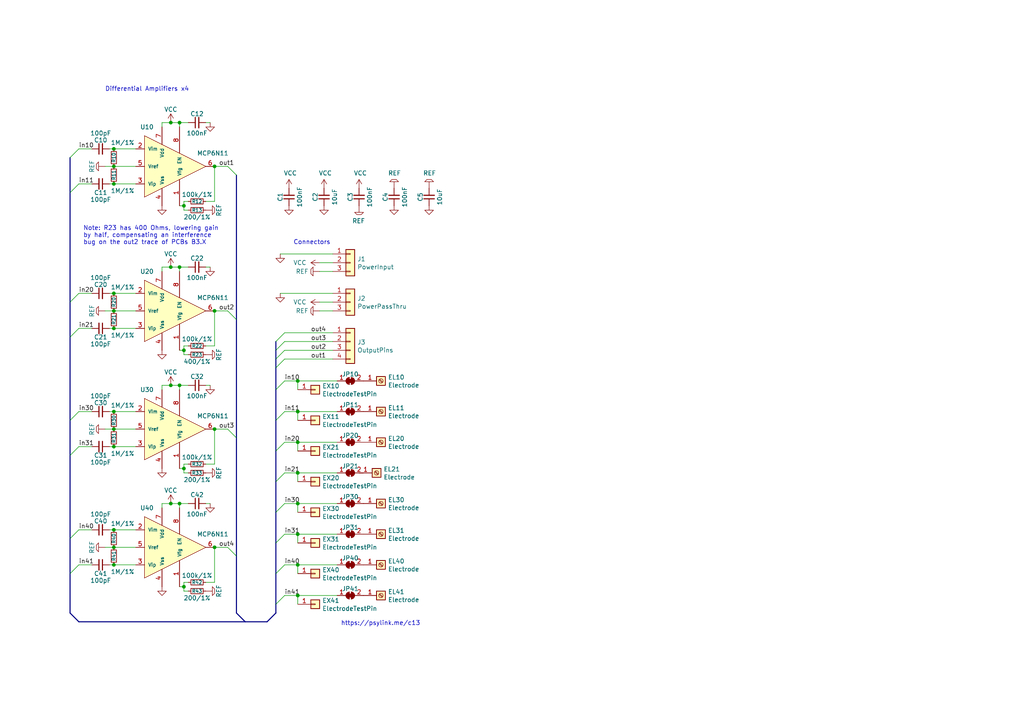
<source format=kicad_sch>
(kicad_sch (version 20211123) (generator eeschema)
  (paper "A4")
  (lib_symbols
    (symbol "Connector:Screw_Terminal_01x01" (pin_names (offset 1.016) hide)
      (property "Reference" "J" (at 0 2.54 0))
      (property "Value" "Screw_Terminal_01x01" (at 0 -2.54 0))
      (symbol "Screw_Terminal_01x01_1_1"
        (rectangle (start -1.27 1.27) (end 1.27 -1.27) (stroke (width 0.254)) (fill (type background)))
        (polyline (pts (xy -0.5334 0.3302) (xy 0.3302 -0.508)) (stroke (width 0.1524)))
        (polyline (pts (xy -0.3556 0.508) (xy 0.508 -0.3302)) (stroke (width 0.1524)))
        (circle (center 0 0) (radius 0.635) (stroke (width 0.1524)))
        (pin passive line (at -5.08 0 0) (length 3.81) (name "Pin_1") (number "1"))
      )
    )
    (symbol "Connector_Generic:Conn_01x01" (pin_names (offset 1.016) hide)
      (property "Reference" "J" (at 0 2.54 0))
      (property "Value" "Conn_01x01" (at 0 -2.54 0))
      (symbol "Conn_01x01_1_1"
        (rectangle (start -1.27 0.127) (end 0 -0.127) (stroke (width 0.1524)))
        (rectangle (start -1.27 1.27) (end 1.27 -1.27) (stroke (width 0.254)) (fill (type background)))
        (pin passive line (at -5.08 0 0) (length 3.81) (name "Pin_1") (number "1"))
      )
    )
    (symbol "Connector_Generic:Conn_01x03" (pin_names (offset 1.016) hide)
      (property "Reference" "J" (at 0 5.08 0))
      (property "Value" "Conn_01x03" (at 0 -5.08 0))
      (symbol "Conn_01x03_1_1"
        (rectangle (start -1.27 -2.413) (end 0 -2.667) (stroke (width 0.1524)))
        (rectangle (start -1.27 0.127) (end 0 -0.127) (stroke (width 0.1524)))
        (rectangle (start -1.27 2.667) (end 0 2.413) (stroke (width 0.1524)))
        (rectangle (start -1.27 3.81) (end 1.27 -3.81) (stroke (width 0.254)) (fill (type background)))
        (pin passive line (at -5.08 2.54 0) (length 3.81) (name "Pin_1") (number "1"))
        (pin passive line (at -5.08 0 0) (length 3.81) (name "Pin_2") (number "2"))
        (pin passive line (at -5.08 -2.54 0) (length 3.81) (name "Pin_3") (number "3"))
      )
    )
    (symbol "Connector_Generic:Conn_01x04" (pin_names (offset 1.016) hide)
      (property "Reference" "J" (at 0 5.08 0))
      (property "Value" "Conn_01x04" (at 0 -7.62 0))
      (symbol "Conn_01x04_1_1"
        (rectangle (start -1.27 -4.953) (end 0 -5.207) (stroke (width 0.1524)))
        (rectangle (start -1.27 -2.413) (end 0 -2.667) (stroke (width 0.1524)))
        (rectangle (start -1.27 0.127) (end 0 -0.127) (stroke (width 0.1524)))
        (rectangle (start -1.27 2.667) (end 0 2.413) (stroke (width 0.1524)))
        (rectangle (start -1.27 3.81) (end 1.27 -6.35) (stroke (width 0.254)) (fill (type background)))
        (pin passive line (at -5.08 2.54 0) (length 3.81) (name "Pin_1") (number "1"))
        (pin passive line (at -5.08 0 0) (length 3.81) (name "Pin_2") (number "2"))
        (pin passive line (at -5.08 -2.54 0) (length 3.81) (name "Pin_3") (number "3"))
        (pin passive line (at -5.08 -5.08 0) (length 3.81) (name "Pin_4") (number "4"))
      )
    )
    (symbol "Device:C_Small" (pin_numbers hide) (pin_names (offset 0.254) hide)
      (property "Reference" "C" (at 0.254 1.778 0))
      (property "Value" "C_Small" (at 0.254 -2.032 0))
      (symbol "C_Small_0_1"
        (polyline (pts (xy -1.524 -0.508) (xy 1.524 -0.508)) (stroke (width 0.3302)))
        (polyline (pts (xy -1.524 0.508) (xy 1.524 0.508)) (stroke (width 0.3048)))
      )
      (symbol "C_Small_1_1"
        (pin passive line (at 0 2.54 270) (length 2.032) (name "~") (number "1"))
        (pin passive line (at 0 -2.54 90) (length 2.032) (name "~") (number "2"))
      )
    )
    (symbol "Device:R_Small" (pin_numbers hide) (pin_names (offset 0.254) hide)
      (property "Reference" "R" (at 0.762 0.508 0))
      (property "Value" "R_Small" (at 0.762 -1.016 0))
      (symbol "R_Small_0_1"
        (rectangle (start -0.762 1.778) (end 0.762 -1.778) (stroke (width 0.2032)))
      )
      (symbol "R_Small_1_1"
        (pin passive line (at 0 2.54 270) (length 0.762) (name "~") (number "1"))
        (pin passive line (at 0 -2.54 90) (length 0.762) (name "~") (number "2"))
      )
    )
    (symbol "Jumper:SolderJumper_2_Bridged" (pin_names (offset 0) hide)
      (property "Reference" "JP" (at 0 2.032 0))
      (property "Value" "SolderJumper_2_Bridged" (at 0 -2.54 0))
      (symbol "SolderJumper_2_Bridged_0_1"
        (rectangle (start -0.508 0.508) (end 0.508 -0.508) (fill (type outline)))
        (arc (start -0.254 1.016) (mid -1.27 0) (end -0.254 -1.016))
        (arc (start -0.254 1.016) (mid -1.27 0) (end -0.254 -1.016) (fill (type outline)))
        (polyline (pts (xy -0.254 1.016) (xy -0.254 -1.016)))
        (polyline (pts (xy 0.254 1.016) (xy 0.254 -1.016)))
        (arc (start 0.254 -1.016) (mid 1.27 0) (end 0.254 1.016))
        (arc (start 0.254 -1.016) (mid 1.27 0) (end 0.254 1.016) (fill (type outline)))
      )
      (symbol "SolderJumper_2_Bridged_1_1"
        (pin passive line (at -3.81 0 0) (length 2.54) (name "A") (number "1"))
        (pin passive line (at 3.81 0 180) (length 2.54) (name "B") (number "2"))
      )
    )
    (symbol "MCP6N11:MCP6N11" (pin_names (offset 1.016))
      (property "Reference" "U" (at 10.16 3.81 0))
      (property "Value" "MCP6N11" (at 13.97 -3.81 0))
      (symbol "MCP6N11_0_1"
        (polyline (pts (xy -7.62 8.89) (xy -7.62 -8.89)) (fill (type background)))
        (polyline (pts (xy -7.62 8.89) (xy 10.16 0) (xy -7.62 -8.89)) (fill (type background)))
      )
      (symbol "MCP6N11_1_1"
        (pin passive line (at 2.54 -11.43 90) (length 7.62) (name "Vfg") (number "1"))
        (pin passive line (at -10.16 5.08 0) (length 2.54) (name "Vim") (number "2"))
        (pin passive line (at -10.16 -5.08 0) (length 2.54) (name "Vip") (number "3"))
        (pin passive line (at -2.54 -11.43 90) (length 5.08) (name "Vss") (number "4"))
        (pin passive line (at -10.16 0 0) (length 2.54) (name "Vref") (number "5"))
        (pin passive line (at 12.7 0 180) (length 2.54) (name "Vout") (number "6"))
        (pin passive line (at -2.54 11.43 270) (length 5.08) (name "Vdd") (number "7"))
        (pin passive line (at 2.54 11.43 270) (length 7.62) (name "EN") (number "8"))
      )
    )
    (symbol "MCP6N11:REF" (power) (pin_names (offset 0))
      (property "Value" "REF" (at 0 3.81 0))
      (symbol "REF_0_0"
        (pin power_in line (at 0 0 90) (length 0) hide (name "REF") (number "1"))
      )
      (symbol "REF_0_1"
        (polyline (pts (xy -1.27 1.905) (xy -0.635 2.54) (xy 0.635 2.54) (xy 1.27 1.905)))
        (polyline (pts (xy 0 0) (xy 0 1.905) (xy 1.27 1.905) (xy -1.27 1.905)))
      )
    )
    (symbol "power:GND" (power) (pin_names (offset 0))
      (property "Value" "GND" (at 0 -3.81 0))
      (symbol "GND_0_1"
        (polyline (pts (xy 0 0) (xy 0 -1.27) (xy 1.27 -1.27) (xy 0 -2.54) (xy -1.27 -1.27) (xy 0 -1.27)))
      )
      (symbol "GND_1_1"
        (pin power_in line (at 0 0 270) (length 0) hide (name "GND") (number "1"))
      )
    )
    (symbol "power:VCC" (power) (pin_names (offset 0))
      (property "Value" "VCC" (at 0 3.81 0))
      (symbol "VCC_0_1"
        (polyline (pts (xy -0.762 1.27) (xy 0 2.54)))
        (polyline (pts (xy 0 0) (xy 0 2.54)))
        (polyline (pts (xy 0 2.54) (xy 0.762 1.27)))
      )
      (symbol "VCC_1_1"
        (pin power_in line (at 0 0 90) (length 0) hide (name "VCC") (number "1"))
      )
    )
  )
  (junction (at 62.23 90.17))
  (junction (at 53.34 101.6))
  (junction (at 53.34 59.69))
  (junction (at 86.36 137.16))
  (junction (at 49.53 146.05))
  (junction (at 33.02 85.09))
  (junction (at 49.53 35.56))
  (junction (at 33.02 129.54))
  (junction (at 86.36 154.94))
  (junction (at 33.02 158.75))
  (junction (at 33.02 95.25))
  (junction (at 86.36 128.27))
  (junction (at 52.07 146.05))
  (junction (at 53.34 170.18))
  (junction (at 33.02 124.46))
  (junction (at 86.36 110.49))
  (junction (at 52.07 35.56))
  (junction (at 33.02 119.38))
  (junction (at 49.53 111.76))
  (junction (at 52.07 77.47))
  (junction (at 33.02 153.67))
  (junction (at 86.36 119.38))
  (junction (at 86.36 146.05))
  (junction (at 62.23 48.26))
  (junction (at 49.53 77.47))
  (junction (at 62.23 158.75))
  (junction (at 62.23 124.46))
  (junction (at 33.02 48.26))
  (junction (at 33.02 43.18))
  (junction (at 53.34 135.89))
  (junction (at 86.36 163.83))
  (junction (at 33.02 163.83))
  (junction (at 33.02 53.34))
  (junction (at 52.07 111.76))
  (junction (at 33.02 90.17))
  (junction (at 86.36 172.72))
  (bus_entry (at 20.32 55.88) (size 2.54 -2.54))
  (bus_entry (at 80.01 175.26) (size 2.54 -2.54))
  (bus_entry (at 80.01 148.59) (size 2.54 -2.54))
  (bus_entry (at 20.32 132.08) (size 2.54 -2.54))
  (bus_entry (at 80.01 101.6) (size 2.54 -2.54))
  (bus_entry (at 80.01 166.37) (size 2.54 -2.54))
  (bus_entry (at 80.01 106.68) (size 2.54 -2.54))
  (bus_entry (at 66.04 90.17) (size 2.54 2.54))
  (bus_entry (at 20.32 45.72) (size 2.54 -2.54))
  (bus_entry (at 80.01 104.14) (size 2.54 -2.54))
  (bus_entry (at 20.32 166.37) (size 2.54 -2.54))
  (bus_entry (at 20.32 87.63) (size 2.54 -2.54))
  (bus_entry (at 80.01 99.06) (size 2.54 -2.54))
  (bus_entry (at 80.01 121.92) (size 2.54 -2.54))
  (bus_entry (at 80.01 157.48) (size 2.54 -2.54))
  (bus_entry (at 66.04 158.75) (size 2.54 2.54))
  (bus_entry (at 66.04 124.46) (size 2.54 2.54))
  (bus_entry (at 66.04 48.26) (size 2.54 2.54))
  (bus_entry (at 20.32 97.79) (size 2.54 -2.54))
  (bus_entry (at 80.01 130.81) (size 2.54 -2.54))
  (bus_entry (at 80.01 113.03) (size 2.54 -2.54))
  (bus_entry (at 20.32 156.21) (size 2.54 -2.54))
  (bus_entry (at 80.01 139.7) (size 2.54 -2.54))
  (bus_entry (at 20.32 121.92) (size 2.54 -2.54))
  (wire (pts (xy 26.67 119.38) (xy 22.86 119.38)))
  (wire (pts (xy 59.69 146.05) (xy 60.96 146.05)))
  (wire (pts (xy 33.02 163.83) (xy 39.37 163.83)))
  (wire (pts (xy 82.55 163.83) (xy 86.36 163.83)))
  (wire (pts (xy 59.69 134.62) (xy 62.23 134.62)))
  (wire (pts (xy 33.02 129.54) (xy 39.37 129.54)))
  (wire (pts (xy 82.55 172.72) (xy 86.36 172.72)))
  (wire (pts (xy 59.69 111.76) (xy 60.96 111.76)))
  (wire (pts (xy 46.99 77.47) (xy 49.53 77.47)))
  (wire (pts (xy 92.71 76.2) (xy 96.52 76.2)))
  (wire (pts (xy 86.36 175.26) (xy 86.36 172.72)))
  (wire (pts (xy 54.61 168.91) (xy 53.34 168.91)))
  (wire (pts (xy 86.36 128.27) (xy 97.79 128.27)))
  (wire (pts (xy 82.55 104.14) (xy 96.52 104.14)))
  (wire (pts (xy 59.69 58.42) (xy 62.23 58.42)))
  (wire (pts (xy 53.34 59.69) (xy 53.34 60.96)))
  (bus (pts (xy 80.01 175.26) (xy 80.01 177.8)))
  (wire (pts (xy 49.53 111.76) (xy 52.07 111.76)))
  (wire (pts (xy 53.34 60.96) (xy 54.61 60.96)))
  (wire (pts (xy 86.36 130.81) (xy 86.36 128.27)))
  (bus (pts (xy 80.01 130.81) (xy 80.01 139.7)))
  (bus (pts (xy 20.32 156.21) (xy 20.32 166.37)))
  (wire (pts (xy 52.07 111.76) (xy 54.61 111.76)))
  (wire (pts (xy 54.61 58.42) (xy 53.34 58.42)))
  (wire (pts (xy 46.99 147.32) (xy 46.99 146.05)))
  (wire (pts (xy 49.53 77.47) (xy 52.07 77.47)))
  (bus (pts (xy 20.32 132.08) (xy 20.32 156.21)))
  (wire (pts (xy 86.36 139.7) (xy 86.36 137.16)))
  (wire (pts (xy 52.07 36.83) (xy 52.07 35.56)))
  (wire (pts (xy 52.07 77.47) (xy 54.61 77.47)))
  (wire (pts (xy 52.07 78.74) (xy 52.07 77.47)))
  (bus (pts (xy 68.58 161.29) (xy 68.58 177.8)))
  (wire (pts (xy 66.04 48.26) (xy 62.23 48.26)))
  (bus (pts (xy 80.01 139.7) (xy 80.01 148.59)))
  (wire (pts (xy 86.36 166.37) (xy 86.36 163.83)))
  (wire (pts (xy 81.28 85.09) (xy 96.52 85.09)))
  (wire (pts (xy 33.02 95.25) (xy 39.37 95.25)))
  (wire (pts (xy 82.55 96.52) (xy 96.52 96.52)))
  (wire (pts (xy 62.23 168.91) (xy 62.23 158.75)))
  (wire (pts (xy 59.69 168.91) (xy 62.23 168.91)))
  (wire (pts (xy 86.36 137.16) (xy 97.79 137.16)))
  (wire (pts (xy 52.07 113.03) (xy 52.07 111.76)))
  (wire (pts (xy 86.36 148.59) (xy 86.36 146.05)))
  (wire (pts (xy 31.75 153.67) (xy 33.02 153.67)))
  (bus (pts (xy 68.58 177.8) (xy 71.12 180.34)))
  (wire (pts (xy 49.53 35.56) (xy 52.07 35.56)))
  (wire (pts (xy 92.71 87.63) (xy 96.52 87.63)))
  (wire (pts (xy 53.34 102.87) (xy 54.61 102.87)))
  (wire (pts (xy 81.28 73.66) (xy 96.52 73.66)))
  (wire (pts (xy 52.07 101.6) (xy 53.34 101.6)))
  (wire (pts (xy 26.67 85.09) (xy 22.86 85.09)))
  (wire (pts (xy 31.75 119.38) (xy 33.02 119.38)))
  (wire (pts (xy 30.48 48.26) (xy 33.02 48.26)))
  (wire (pts (xy 52.07 146.05) (xy 54.61 146.05)))
  (wire (pts (xy 31.75 95.25) (xy 33.02 95.25)))
  (wire (pts (xy 66.04 90.17) (xy 62.23 90.17)))
  (wire (pts (xy 31.75 53.34) (xy 33.02 53.34)))
  (wire (pts (xy 46.99 113.03) (xy 46.99 111.76)))
  (wire (pts (xy 52.07 170.18) (xy 53.34 170.18)))
  (wire (pts (xy 86.36 113.03) (xy 86.36 110.49)))
  (bus (pts (xy 80.01 106.68) (xy 80.01 113.03)))
  (wire (pts (xy 53.34 58.42) (xy 53.34 59.69)))
  (bus (pts (xy 80.01 166.37) (xy 80.01 175.26)))
  (wire (pts (xy 86.36 172.72) (xy 97.79 172.72)))
  (wire (pts (xy 33.02 119.38) (xy 39.37 119.38)))
  (wire (pts (xy 86.36 119.38) (xy 97.79 119.38)))
  (wire (pts (xy 26.67 43.18) (xy 22.86 43.18)))
  (wire (pts (xy 46.99 146.05) (xy 49.53 146.05)))
  (wire (pts (xy 53.34 134.62) (xy 53.34 135.89)))
  (wire (pts (xy 82.55 119.38) (xy 86.36 119.38)))
  (wire (pts (xy 59.69 100.33) (xy 62.23 100.33)))
  (wire (pts (xy 82.55 110.49) (xy 86.36 110.49)))
  (bus (pts (xy 80.01 157.48) (xy 80.01 166.37)))
  (wire (pts (xy 82.55 137.16) (xy 86.36 137.16)))
  (wire (pts (xy 30.48 90.17) (xy 33.02 90.17)))
  (wire (pts (xy 31.75 85.09) (xy 33.02 85.09)))
  (wire (pts (xy 86.36 163.83) (xy 97.79 163.83)))
  (bus (pts (xy 80.01 104.14) (xy 80.01 106.68)))
  (wire (pts (xy 33.02 53.34) (xy 39.37 53.34)))
  (wire (pts (xy 31.75 43.18) (xy 33.02 43.18)))
  (bus (pts (xy 20.32 55.88) (xy 20.32 87.63)))
  (wire (pts (xy 53.34 135.89) (xy 53.34 137.16)))
  (wire (pts (xy 54.61 100.33) (xy 53.34 100.33)))
  (wire (pts (xy 39.37 124.46) (xy 33.02 124.46)))
  (wire (pts (xy 49.53 146.05) (xy 52.07 146.05)))
  (wire (pts (xy 33.02 153.67) (xy 39.37 153.67)))
  (wire (pts (xy 53.34 168.91) (xy 53.34 170.18)))
  (wire (pts (xy 26.67 129.54) (xy 22.86 129.54)))
  (bus (pts (xy 80.01 99.06) (xy 80.01 101.6)))
  (wire (pts (xy 62.23 100.33) (xy 62.23 90.17)))
  (wire (pts (xy 82.55 154.94) (xy 86.36 154.94)))
  (wire (pts (xy 39.37 48.26) (xy 33.02 48.26)))
  (bus (pts (xy 80.01 121.92) (xy 80.01 130.81)))
  (wire (pts (xy 53.34 170.18) (xy 53.34 171.45)))
  (wire (pts (xy 39.37 90.17) (xy 33.02 90.17)))
  (wire (pts (xy 26.67 163.83) (xy 22.86 163.83)))
  (bus (pts (xy 20.32 87.63) (xy 20.32 97.79)))
  (wire (pts (xy 82.55 146.05) (xy 86.36 146.05)))
  (wire (pts (xy 30.48 124.46) (xy 33.02 124.46)))
  (wire (pts (xy 46.99 36.83) (xy 46.99 35.56)))
  (wire (pts (xy 86.36 157.48) (xy 86.36 154.94)))
  (bus (pts (xy 80.01 148.59) (xy 80.01 157.48)))
  (wire (pts (xy 82.55 101.6) (xy 96.52 101.6)))
  (wire (pts (xy 82.55 99.06) (xy 96.52 99.06)))
  (wire (pts (xy 31.75 163.83) (xy 33.02 163.83)))
  (wire (pts (xy 86.36 110.49) (xy 97.79 110.49)))
  (wire (pts (xy 31.75 129.54) (xy 33.02 129.54)))
  (wire (pts (xy 66.04 124.46) (xy 62.23 124.46)))
  (wire (pts (xy 52.07 147.32) (xy 52.07 146.05)))
  (wire (pts (xy 54.61 134.62) (xy 53.34 134.62)))
  (wire (pts (xy 46.99 78.74) (xy 46.99 77.47)))
  (wire (pts (xy 59.69 77.47) (xy 60.96 77.47)))
  (wire (pts (xy 53.34 137.16) (xy 54.61 137.16)))
  (wire (pts (xy 82.55 128.27) (xy 86.36 128.27)))
  (bus (pts (xy 20.32 121.92) (xy 20.32 132.08)))
  (wire (pts (xy 30.48 158.75) (xy 33.02 158.75)))
  (wire (pts (xy 26.67 95.25) (xy 22.86 95.25)))
  (wire (pts (xy 39.37 158.75) (xy 33.02 158.75)))
  (bus (pts (xy 20.32 45.72) (xy 20.32 55.88)))
  (bus (pts (xy 20.32 166.37) (xy 20.32 177.8)))
  (wire (pts (xy 53.34 100.33) (xy 53.34 101.6)))
  (wire (pts (xy 52.07 35.56) (xy 54.61 35.56)))
  (wire (pts (xy 53.34 101.6) (xy 53.34 102.87)))
  (wire (pts (xy 53.34 171.45) (xy 54.61 171.45)))
  (wire (pts (xy 59.69 35.56) (xy 60.96 35.56)))
  (bus (pts (xy 68.58 50.8) (xy 68.58 92.71)))
  (wire (pts (xy 52.07 135.89) (xy 53.34 135.89)))
  (wire (pts (xy 92.71 78.74) (xy 96.52 78.74)))
  (bus (pts (xy 77.47 180.34) (xy 80.01 177.8)))
  (wire (pts (xy 26.67 53.34) (xy 22.86 53.34)))
  (bus (pts (xy 80.01 101.6) (xy 80.01 104.14)))
  (bus (pts (xy 68.58 92.71) (xy 68.58 127)))
  (bus (pts (xy 20.32 97.79) (xy 20.32 121.92)))
  (wire (pts (xy 33.02 85.09) (xy 39.37 85.09)))
  (wire (pts (xy 62.23 58.42) (xy 62.23 48.26)))
  (wire (pts (xy 92.71 90.17) (xy 96.52 90.17)))
  (wire (pts (xy 46.99 111.76) (xy 49.53 111.76)))
  (wire (pts (xy 86.36 121.92) (xy 86.36 119.38)))
  (bus (pts (xy 80.01 113.03) (xy 80.01 121.92)))
  (wire (pts (xy 26.67 153.67) (xy 22.86 153.67)))
  (wire (pts (xy 33.02 43.18) (xy 39.37 43.18)))
  (wire (pts (xy 46.99 35.56) (xy 49.53 35.56)))
  (bus (pts (xy 68.58 127) (xy 68.58 161.29)))
  (wire (pts (xy 52.07 59.69) (xy 53.34 59.69)))
  (wire (pts (xy 86.36 146.05) (xy 97.79 146.05)))
  (wire (pts (xy 62.23 134.62) (xy 62.23 124.46)))
  (wire (pts (xy 66.04 158.75) (xy 62.23 158.75)))
  (wire (pts (xy 86.36 154.94) (xy 97.79 154.94)))
  (bus (pts (xy 22.86 180.34) (xy 77.47 180.34)))
  (bus (pts (xy 20.32 177.8) (xy 22.86 180.34)))
  (text "Connectors" (at 85.09 71.12 0) (effects (font (size 1.27 1.27)) (justify left bottom)))
  (text "https://psylink.me/c13" (at 121.92 181.61 180) (effects (font (size 1.27 1.27)) (justify right bottom)))
  (text "Note: R23 has 400 Ohms, lowering gain\nby half, compensating an interference\nbug on the out2 trace of PCBs B3.X" (at 24.13 71.12 0) (effects (font (size 1.27 1.27)) (justify left bottom)))
  (text "Differential Amplifiers x4" (at 30.48 26.67 0) (effects (font (size 1.27 1.27)) (justify left bottom)))
  (label "in11" (at 82.55 119.38 0))
  (label "out2" (at 63.5 90.17 0))
  (label "out1" (at 90.17 104.14 0))
  (label "in30" (at 82.55 146.05 0))
  (label "in20" (at 22.86 85.09 0))
  (label "in31" (at 22.86 129.54 0))
  (label "in10" (at 82.55 110.49 0))
  (label "in10" (at 22.86 43.18 0))
  (label "out1" (at 63.5 48.26 0))
  (label "in21" (at 82.55 137.16 0))
  (label "in21" (at 22.86 95.25 0))
  (label "in40" (at 22.86 153.67 0))
  (label "out3" (at 63.5 124.46 0))
  (label "in11" (at 22.86 53.34 0))
  (label "in41" (at 22.86 163.83 0))
  (label "out4" (at 90.17 96.52 0))
  (label "in31" (at 82.55 154.94 0))
  (label "in20" (at 82.55 128.27 0))
  (label "out3" (at 90.17 99.06 0))
  (label "in40" (at 82.55 163.83 0))
  (label "in30" (at 22.86 119.38 0))
  (label "in41" (at 82.55 172.72 0))
  (label "out4" (at 63.5 158.75 0))
  (label "out2" (at 90.17 101.6 0))
  (symbol (lib_id "Connector_Generic:Conn_01x04") (at 101.6 99.06 0) (unit 1)
    (property "Reference" "J3" (at 103.632 99.2632 0) (effects (justify left)))
    (property "Value" "OutputPins" (at 103.632 101.5746 0) (effects (justify left)))
    (property "Footprint" "Connector_PinHeader_2.54mm:PinHeader_1x04_P2.54mm_Vertical" (effects hide))
  )
  (symbol (lib_id "power:VCC") (at 92.71 76.2 90) (unit 1)
    (property "Reference" "#PWR047" (effects hide))
    (property "Value" "VCC" (at 88.9 76.2 90) (effects (justify left)))
  )
  (symbol (lib_id "Connector_Generic:Conn_01x03") (at 101.6 76.2 0) (unit 1)
    (property "Reference" "J1" (at 103.632 75.1332 0) (effects (justify left)))
    (property "Value" "PowerInput" (at 103.632 77.4446 0) (effects (justify left)))
    (property "Footprint" "Connector_PinHeader_2.54mm:PinHeader_1x03_P2.54mm_Vertical" (effects hide))
  )
  (symbol (lib_id "power:VCC") (at 92.71 87.63 90) (unit 1)
    (property "Reference" "#PWR049" (effects hide))
    (property "Value" "VCC" (at 88.9 87.63 90) (effects (justify left)))
  )
  (symbol (lib_id "Connector_Generic:Conn_01x03") (at 101.6 87.63 0) (unit 1)
    (property "Reference" "J2" (at 103.632 86.5632 0) (effects (justify left)))
    (property "Value" "PowerPassThru" (at 103.632 88.8746 0) (effects (justify left)))
    (property "Footprint" "Connector_PinHeader_2.54mm:PinHeader_1x03_P2.54mm_Vertical" (effects hide))
  )
  (symbol (lib_id "Jumper:SolderJumper_2_Bridged") (at 101.6 172.72 0) (unit 1)
    (property "Reference" "JP41" (at 101.6 170.7642 0))
    (property "Value" "SolderJumper_2_Bridged" (effects hide))
    (property "Footprint" "Jumper:SolderJumper-2_P1.3mm_Bridged_RoundedPad1.0x1.5mm" (effects hide))
  )
  (symbol (lib_id "Jumper:SolderJumper_2_Bridged") (at 101.6 163.83 0) (unit 1)
    (property "Reference" "JP40" (at 101.6 161.8742 0))
    (property "Value" "SolderJumper_2_Bridged" (effects hide))
    (property "Footprint" "Jumper:SolderJumper-2_P1.3mm_Bridged_RoundedPad1.0x1.5mm" (effects hide))
  )
  (symbol (lib_id "Jumper:SolderJumper_2_Bridged") (at 101.6 154.94 0) (unit 1)
    (property "Reference" "JP31" (at 101.6 152.9842 0))
    (property "Value" "SolderJumper_2_Bridged" (effects hide))
    (property "Footprint" "Jumper:SolderJumper-2_P1.3mm_Bridged_RoundedPad1.0x1.5mm" (effects hide))
  )
  (symbol (lib_id "Jumper:SolderJumper_2_Bridged") (at 101.6 146.05 0) (unit 1)
    (property "Reference" "JP30" (at 101.6 144.0942 0))
    (property "Value" "SolderJumper_2_Bridged" (effects hide))
    (property "Footprint" "Jumper:SolderJumper-2_P1.3mm_Bridged_RoundedPad1.0x1.5mm" (effects hide))
  )
  (symbol (lib_id "Jumper:SolderJumper_2_Bridged") (at 101.6 137.16 0) (unit 1)
    (property "Reference" "JP21" (at 101.6 135.2042 0))
    (property "Value" "SolderJumper_2_Bridged" (effects hide))
    (property "Footprint" "Jumper:SolderJumper-2_P1.3mm_Bridged_RoundedPad1.0x1.5mm" (effects hide))
  )
  (symbol (lib_id "Jumper:SolderJumper_2_Bridged") (at 101.6 128.27 0) (unit 1)
    (property "Reference" "JP20" (at 101.6 126.3142 0))
    (property "Value" "SolderJumper_2_Bridged" (effects hide))
    (property "Footprint" "Jumper:SolderJumper-2_P1.3mm_Bridged_RoundedPad1.0x1.5mm" (effects hide))
  )
  (symbol (lib_id "Jumper:SolderJumper_2_Bridged") (at 101.6 119.38 0) (unit 1)
    (property "Reference" "JP11" (at 101.6 117.4242 0))
    (property "Value" "SolderJumper_2_Bridged" (effects hide))
    (property "Footprint" "Jumper:SolderJumper-2_P1.3mm_Bridged_RoundedPad1.0x1.5mm" (effects hide))
  )
  (symbol (lib_id "Jumper:SolderJumper_2_Bridged") (at 101.6 110.49 0) (unit 1)
    (property "Reference" "JP10" (at 101.6 108.5342 0))
    (property "Value" "SolderJumper_2_Bridged" (effects hide))
    (property "Footprint" "Jumper:SolderJumper-2_P1.3mm_Bridged_RoundedPad1.0x1.5mm" (effects hide))
  )
  (symbol (lib_id "Connector:Screw_Terminal_01x01") (at 110.49 110.49 0) (unit 1)
    (property "Reference" "EL10" (at 112.522 109.4232 0) (effects (justify left)))
    (property "Value" "Electrode" (at 112.522 111.7346 0) (effects (justify left)))
    (property "Footprint" "MountingHole:MountingHole_3.7mm_Pad" (effects hide))
  )
  (symbol (lib_id "Connector:Screw_Terminal_01x01") (at 110.49 119.38 0) (unit 1)
    (property "Reference" "EL11" (at 112.522 118.3132 0) (effects (justify left)))
    (property "Value" "Electrode" (at 112.522 120.6246 0) (effects (justify left)))
    (property "Footprint" "MountingHole:MountingHole_3.7mm_Pad" (effects hide))
  )
  (symbol (lib_id "Connector:Screw_Terminal_01x01") (at 110.49 172.72 0) (unit 1)
    (property "Reference" "EL41" (at 112.522 171.6532 0) (effects (justify left)))
    (property "Value" "Electrode" (at 112.522 173.9646 0) (effects (justify left)))
    (property "Footprint" "MountingHole:MountingHole_3.7mm_Pad" (effects hide))
  )
  (symbol (lib_id "Connector_Generic:Conn_01x01") (at 91.44 130.81 0) (unit 1)
    (property "Reference" "EX21" (at 93.472 129.7432 0) (effects (justify left)))
    (property "Value" "ElectrodeTestPin" (at 93.472 132.0546 0) (effects (justify left)))
    (property "Footprint" "Connector_PinHeader_2.54mm:PinHeader_1x01_P2.54mm_Vertical" (effects hide))
  )
  (symbol (lib_id "Connector_Generic:Conn_01x01") (at 91.44 175.26 0) (unit 1)
    (property "Reference" "EX41" (at 93.472 174.1932 0) (effects (justify left)))
    (property "Value" "ElectrodeTestPin" (at 93.472 176.5046 0) (effects (justify left)))
    (property "Footprint" "Connector_PinHeader_2.54mm:PinHeader_1x01_P2.54mm_Vertical" (effects hide))
  )
  (symbol (lib_id "Connector_Generic:Conn_01x01") (at 91.44 166.37 0) (unit 1)
    (property "Reference" "EX40" (at 93.472 165.3032 0) (effects (justify left)))
    (property "Value" "ElectrodeTestPin" (at 93.472 167.6146 0) (effects (justify left)))
    (property "Footprint" "Connector_PinHeader_2.54mm:PinHeader_1x01_P2.54mm_Vertical" (effects hide))
  )
  (symbol (lib_id "Connector_Generic:Conn_01x01") (at 91.44 157.48 0) (unit 1)
    (property "Reference" "EX31" (at 93.472 156.4132 0) (effects (justify left)))
    (property "Value" "ElectrodeTestPin" (at 93.472 158.7246 0) (effects (justify left)))
    (property "Footprint" "Connector_PinHeader_2.54mm:PinHeader_1x01_P2.54mm_Vertical" (effects hide))
  )
  (symbol (lib_id "Connector_Generic:Conn_01x01") (at 91.44 148.59 0) (unit 1)
    (property "Reference" "EX30" (at 93.472 147.5232 0) (effects (justify left)))
    (property "Value" "ElectrodeTestPin" (at 93.472 149.8346 0) (effects (justify left)))
    (property "Footprint" "Connector_PinHeader_2.54mm:PinHeader_1x01_P2.54mm_Vertical" (effects hide))
  )
  (symbol (lib_id "Connector_Generic:Conn_01x01") (at 91.44 139.7 0) (unit 1)
    (property "Reference" "EX20" (at 93.472 138.6332 0) (effects (justify left)))
    (property "Value" "ElectrodeTestPin" (at 93.472 140.9446 0) (effects (justify left)))
    (property "Footprint" "Connector_PinHeader_2.54mm:PinHeader_1x01_P2.54mm_Vertical" (effects hide))
  )
  (symbol (lib_id "Connector_Generic:Conn_01x01") (at 91.44 113.03 0) (unit 1)
    (property "Reference" "EX10" (at 93.472 111.9632 0) (effects (justify left)))
    (property "Value" "ElectrodeTestPin" (at 93.472 114.2746 0) (effects (justify left)))
    (property "Footprint" "Connector_PinHeader_2.54mm:PinHeader_1x01_P2.54mm_Vertical" (effects hide))
  )
  (symbol (lib_id "Connector_Generic:Conn_01x01") (at 91.44 121.92 0) (unit 1)
    (property "Reference" "EX11" (at 93.472 120.8532 0) (effects (justify left)))
    (property "Value" "ElectrodeTestPin" (at 93.472 123.1646 0) (effects (justify left)))
    (property "Footprint" "Connector_PinHeader_2.54mm:PinHeader_1x01_P2.54mm_Vertical" (effects hide))
  )
  (symbol (lib_id "Connector:Screw_Terminal_01x01") (at 110.49 163.83 0) (unit 1)
    (property "Reference" "EL40" (at 112.522 162.7632 0) (effects (justify left)))
    (property "Value" "Electrode" (at 112.522 165.0746 0) (effects (justify left)))
    (property "Footprint" "MountingHole:MountingHole_3.7mm_Pad" (effects hide))
  )
  (symbol (lib_id "Connector:Screw_Terminal_01x01") (at 110.49 154.94 0) (unit 1)
    (property "Reference" "EL31" (at 112.522 153.8732 0) (effects (justify left)))
    (property "Value" "Electrode" (at 112.522 156.1846 0) (effects (justify left)))
    (property "Footprint" "MountingHole:MountingHole_3.7mm_Pad" (effects hide))
  )
  (symbol (lib_id "Connector:Screw_Terminal_01x01") (at 110.49 146.05 0) (unit 1)
    (property "Reference" "EL30" (at 112.522 144.9832 0) (effects (justify left)))
    (property "Value" "Electrode" (at 112.522 147.2946 0) (effects (justify left)))
    (property "Footprint" "MountingHole:MountingHole_3.7mm_Pad" (effects hide))
  )
  (symbol (lib_id "Connector:Screw_Terminal_01x01") (at 109.22 137.16 0) (unit 1)
    (property "Reference" "EL21" (at 111.252 136.0932 0) (effects (justify left)))
    (property "Value" "Electrode" (at 111.252 138.4046 0) (effects (justify left)))
    (property "Footprint" "MountingHole:MountingHole_3.7mm_Pad" (effects hide))
  )
  (symbol (lib_id "Connector:Screw_Terminal_01x01") (at 110.49 128.27 0) (unit 1)
    (property "Reference" "EL20" (at 112.522 127.2032 0) (effects (justify left)))
    (property "Value" "Electrode" (at 112.522 129.5146 0) (effects (justify left)))
    (property "Footprint" "MountingHole:MountingHole_3.7mm_Pad" (effects hide))
  )
  (symbol (lib_id "Device:R_Small") (at 33.02 50.8 0) (unit 1)
    (property "Reference" "R11" (at 33.02 50.8 90) (effects (font (size 0.9906 0.9906))))
    (property "Value" "1M/1%" (at 35.56 54.61 0) (effects (justify top)))
    (property "Footprint" "Resistor_SMD:R_0805_2012Metric_Pad1.15x1.40mm_HandSolder" (effects hide))
  )
  (symbol (lib_id "Device:R_Small") (at 33.02 45.72 0) (unit 1)
    (property "Reference" "R10" (at 33.02 45.72 90) (effects (font (size 0.9906 0.9906))))
    (property "Value" "1M/1%" (at 35.56 40.64 0) (effects (justify top)))
    (property "Footprint" "Resistor_SMD:R_0805_2012Metric_Pad1.15x1.40mm_HandSolder" (effects hide))
  )
  (symbol (lib_id "Device:C_Small") (at 29.21 53.34 270) (unit 1)
    (property "Reference" "C11" (at 29.21 55.88 90))
    (property "Value" "100pF" (at 29.21 57.15 90) (effects (justify top)))
    (property "Footprint" "Capacitor_SMD:C_0805_2012Metric_Pad1.15x1.40mm_HandSolder" (effects hide))
  )
  (symbol (lib_id "power:VCC") (at 49.53 35.56 0) (unit 1)
    (property "Reference" "#PWR012" (effects hide))
    (property "Value" "VCC" (at 49.53 31.75 0))
  )
  (symbol (lib_id "Device:C_Small") (at 57.15 35.56 90) (unit 1)
    (property "Reference" "C12" (at 57.15 33.02 90))
    (property "Value" "100nF" (at 57.15 39.37 90) (effects (justify top)))
    (property "Footprint" "Capacitor_SMD:C_0805_2012Metric_Pad1.15x1.40mm_HandSolder" (effects hide))
  )
  (symbol (lib_id "Device:R_Small") (at 57.15 60.96 90) (mirror x) (unit 1)
    (property "Reference" "R13" (at 57.15 60.96 90) (effects (font (size 0.9906 0.9906))))
    (property "Value" "200/1%" (at 57.15 62.23 90) (effects (justify top)))
    (property "Footprint" "Resistor_SMD:R_0805_2012Metric_Pad1.15x1.40mm_HandSolder" (effects hide))
  )
  (symbol (lib_id "Device:R_Small") (at 57.15 58.42 90) (unit 1)
    (property "Reference" "R12" (at 57.15 58.42 90) (effects (font (size 0.9906 0.9906))))
    (property "Value" "100k/1%" (at 57.15 57.15 90) (effects (justify top)))
    (property "Footprint" "Resistor_SMD:R_0805_2012Metric_Pad1.15x1.40mm_HandSolder" (effects hide))
  )
  (symbol (lib_id "MCP6N11:MCP6N11") (at 49.53 48.26 0) (unit 1)
    (property "Reference" "U10" (at 40.64 36.83 0) (effects (justify left)))
    (property "Value" "MCP6N11" (at 57.15 44.45 0) (effects (justify left)))
    (property "Footprint" "Package_SO:SOIC-8_3.9x4.9mm_P1.27mm" (effects hide))
  )
  (symbol (lib_id "MCP6N11:REF") (at 30.48 48.26 90) (unit 1)
    (property "Reference" "#PWR010" (effects hide))
    (property "Value" "REF" (at 26.67 48.26 0))
  )
  (symbol (lib_id "MCP6N11:REF") (at 59.69 60.96 270) (unit 1)
    (property "Reference" "#PWR013" (effects hide))
    (property "Value" "REF" (at 63.5 60.96 0))
  )
  (symbol (lib_id "Device:C_Small") (at 29.21 43.18 90) (unit 1)
    (property "Reference" "C10" (at 29.21 40.64 90))
    (property "Value" "100pF" (at 29.21 39.37 90) (effects (justify top)))
    (property "Footprint" "Capacitor_SMD:C_0805_2012Metric_Pad1.15x1.40mm_HandSolder" (effects hide))
  )
  (symbol (lib_id "Device:R_Small") (at 33.02 92.71 0) (unit 1)
    (property "Reference" "R21" (at 33.02 92.71 90) (effects (font (size 0.9906 0.9906))))
    (property "Value" "1M/1%" (at 35.56 96.52 0) (effects (justify top)))
    (property "Footprint" "Resistor_SMD:R_0805_2012Metric_Pad1.15x1.40mm_HandSolder" (effects hide))
  )
  (symbol (lib_id "Device:C_Small") (at 29.21 85.09 90) (unit 1)
    (property "Reference" "C20" (at 29.21 82.55 90))
    (property "Value" "100pF" (at 29.21 81.28 90) (effects (justify top)))
    (property "Footprint" "Capacitor_SMD:C_0805_2012Metric_Pad1.15x1.40mm_HandSolder" (effects hide))
  )
  (symbol (lib_id "Device:R_Small") (at 33.02 87.63 0) (unit 1)
    (property "Reference" "R20" (at 33.02 87.63 90) (effects (font (size 0.9906 0.9906))))
    (property "Value" "1M/1%" (at 35.56 82.55 0) (effects (justify top)))
    (property "Footprint" "Resistor_SMD:R_0805_2012Metric_Pad1.15x1.40mm_HandSolder" (effects hide))
  )
  (symbol (lib_id "Device:C_Small") (at 29.21 95.25 270) (unit 1)
    (property "Reference" "C21" (at 29.21 97.79 90))
    (property "Value" "100pF" (at 29.21 99.06 90) (effects (justify top)))
    (property "Footprint" "Capacitor_SMD:C_0805_2012Metric_Pad1.15x1.40mm_HandSolder" (effects hide))
  )
  (symbol (lib_id "power:VCC") (at 49.53 77.47 0) (unit 1)
    (property "Reference" "#PWR022" (effects hide))
    (property "Value" "VCC" (at 49.53 73.66 0))
  )
  (symbol (lib_id "Device:C_Small") (at 57.15 77.47 90) (unit 1)
    (property "Reference" "C22" (at 57.15 74.93 90))
    (property "Value" "100nF" (at 57.15 81.28 90) (effects (justify top)))
    (property "Footprint" "Capacitor_SMD:C_0805_2012Metric_Pad1.15x1.40mm_HandSolder" (effects hide))
  )
  (symbol (lib_id "Device:R_Small") (at 57.15 102.87 90) (mirror x) (unit 1)
    (property "Reference" "R23" (at 57.15 102.87 90) (effects (font (size 0.9906 0.9906))))
    (property "Value" "400/1%" (at 57.15 104.14 90) (effects (justify top)))
    (property "Footprint" "Resistor_SMD:R_0805_2012Metric_Pad1.15x1.40mm_HandSolder" (effects hide))
  )
  (symbol (lib_id "Device:R_Small") (at 57.15 100.33 90) (unit 1)
    (property "Reference" "R22" (at 57.15 100.33 90) (effects (font (size 0.9906 0.9906))))
    (property "Value" "100k/1%" (at 57.15 99.06 90) (effects (justify top)))
    (property "Footprint" "Resistor_SMD:R_0805_2012Metric_Pad1.15x1.40mm_HandSolder" (effects hide))
  )
  (symbol (lib_id "MCP6N11:MCP6N11") (at 49.53 90.17 0) (unit 1)
    (property "Reference" "U20" (at 40.64 78.74 0) (effects (justify left)))
    (property "Value" "MCP6N11" (at 57.15 86.36 0) (effects (justify left)))
    (property "Footprint" "Package_SO:SOIC-8_3.9x4.9mm_P1.27mm" (effects hide))
  )
  (symbol (lib_id "MCP6N11:REF") (at 30.48 90.17 90) (unit 1)
    (property "Reference" "#PWR020" (effects hide))
    (property "Value" "REF" (at 26.67 90.17 0))
  )
  (symbol (lib_id "MCP6N11:REF") (at 59.69 102.87 270) (unit 1)
    (property "Reference" "#PWR023" (effects hide))
    (property "Value" "REF" (at 63.5 102.87 0))
  )
  (symbol (lib_id "Device:R_Small") (at 33.02 127 0) (unit 1)
    (property "Reference" "R31" (at 33.02 127 90) (effects (font (size 0.9906 0.9906))))
    (property "Value" "1M/1%" (at 35.56 130.81 0) (effects (justify top)))
    (property "Footprint" "Resistor_SMD:R_0805_2012Metric_Pad1.15x1.40mm_HandSolder" (effects hide))
  )
  (symbol (lib_id "Device:C_Small") (at 29.21 119.38 90) (unit 1)
    (property "Reference" "C30" (at 29.21 116.84 90))
    (property "Value" "100pF" (at 29.21 115.57 90) (effects (justify top)))
    (property "Footprint" "Capacitor_SMD:C_0805_2012Metric_Pad1.15x1.40mm_HandSolder" (effects hide))
  )
  (symbol (lib_id "Device:R_Small") (at 33.02 121.92 0) (unit 1)
    (property "Reference" "R30" (at 33.02 121.92 90) (effects (font (size 0.9906 0.9906))))
    (property "Value" "1M/1%" (at 35.56 116.84 0) (effects (justify top)))
    (property "Footprint" "Resistor_SMD:R_0805_2012Metric_Pad1.15x1.40mm_HandSolder" (effects hide))
  )
  (symbol (lib_id "Device:C_Small") (at 29.21 129.54 270) (unit 1)
    (property "Reference" "C31" (at 29.21 132.08 90))
    (property "Value" "100pF" (at 29.21 133.35 90) (effects (justify top)))
    (property "Footprint" "Capacitor_SMD:C_0805_2012Metric_Pad1.15x1.40mm_HandSolder" (effects hide))
  )
  (symbol (lib_id "power:VCC") (at 49.53 111.76 0) (unit 1)
    (property "Reference" "#PWR032" (effects hide))
    (property "Value" "VCC" (at 49.53 107.95 0))
  )
  (symbol (lib_id "Device:C_Small") (at 57.15 111.76 90) (unit 1)
    (property "Reference" "C32" (at 57.15 109.22 90))
    (property "Value" "100nF" (at 57.15 115.57 90) (effects (justify top)))
    (property "Footprint" "Capacitor_SMD:C_0805_2012Metric_Pad1.15x1.40mm_HandSolder" (effects hide))
  )
  (symbol (lib_id "Device:R_Small") (at 57.15 137.16 90) (mirror x) (unit 1)
    (property "Reference" "R33" (at 57.15 137.16 90) (effects (font (size 0.9906 0.9906))))
    (property "Value" "200/1%" (at 57.15 138.43 90) (effects (justify top)))
    (property "Footprint" "Resistor_SMD:R_0805_2012Metric_Pad1.15x1.40mm_HandSolder" (effects hide))
  )
  (symbol (lib_id "Device:R_Small") (at 57.15 134.62 90) (unit 1)
    (property "Reference" "R32" (at 57.15 134.62 90) (effects (font (size 0.9906 0.9906))))
    (property "Value" "100k/1%" (at 57.15 133.35 90) (effects (justify top)))
    (property "Footprint" "Resistor_SMD:R_0805_2012Metric_Pad1.15x1.40mm_HandSolder" (effects hide))
  )
  (symbol (lib_id "MCP6N11:MCP6N11") (at 49.53 124.46 0) (unit 1)
    (property "Reference" "U30" (at 40.64 113.03 0) (effects (justify left)))
    (property "Value" "MCP6N11" (at 57.15 120.65 0) (effects (justify left)))
    (property "Footprint" "Package_SO:SOIC-8_3.9x4.9mm_P1.27mm" (effects hide))
  )
  (symbol (lib_id "MCP6N11:REF") (at 30.48 124.46 90) (unit 1)
    (property "Reference" "#PWR030" (effects hide))
    (property "Value" "REF" (at 26.67 124.46 0))
  )
  (symbol (lib_id "MCP6N11:REF") (at 59.69 137.16 270) (unit 1)
    (property "Reference" "#PWR033" (effects hide))
    (property "Value" "REF" (at 63.5 137.16 0))
  )
  (symbol (lib_id "Device:R_Small") (at 33.02 161.29 0) (unit 1)
    (property "Reference" "R41" (at 33.02 161.29 90) (effects (font (size 0.9906 0.9906))))
    (property "Value" "1M/1%" (at 35.56 165.1 0) (effects (justify top)))
    (property "Footprint" "Resistor_SMD:R_0805_2012Metric_Pad1.15x1.40mm_HandSolder" (effects hide))
  )
  (symbol (lib_id "Device:C_Small") (at 29.21 153.67 90) (unit 1)
    (property "Reference" "C40" (at 29.21 151.13 90))
    (property "Value" "100pF" (at 29.21 149.86 90) (effects (justify top)))
    (property "Footprint" "Capacitor_SMD:C_0805_2012Metric_Pad1.15x1.40mm_HandSolder" (effects hide))
  )
  (symbol (lib_id "Device:R_Small") (at 33.02 156.21 0) (unit 1)
    (property "Reference" "R40" (at 33.02 156.21 90) (effects (font (size 0.9906 0.9906))))
    (property "Value" "1M/1%" (at 35.56 151.13 0) (effects (justify top)))
    (property "Footprint" "Resistor_SMD:R_0805_2012Metric_Pad1.15x1.40mm_HandSolder" (effects hide))
  )
  (symbol (lib_id "Device:C_Small") (at 29.21 163.83 270) (unit 1)
    (property "Reference" "C41" (at 29.21 166.37 90))
    (property "Value" "100pF" (at 29.21 167.64 90) (effects (justify top)))
    (property "Footprint" "Capacitor_SMD:C_0805_2012Metric_Pad1.15x1.40mm_HandSolder" (effects hide))
  )
  (symbol (lib_id "power:VCC") (at 49.53 146.05 0) (unit 1)
    (property "Reference" "#PWR042" (effects hide))
    (property "Value" "VCC" (at 49.53 142.24 0))
  )
  (symbol (lib_id "Device:C_Small") (at 57.15 146.05 90) (unit 1)
    (property "Reference" "C42" (at 57.15 143.51 90))
    (property "Value" "100nF" (at 57.15 149.86 90) (effects (justify top)))
    (property "Footprint" "Capacitor_SMD:C_0805_2012Metric_Pad1.15x1.40mm_HandSolder" (effects hide))
  )
  (symbol (lib_id "Device:R_Small") (at 57.15 171.45 90) (mirror x) (unit 1)
    (property "Reference" "R43" (at 57.15 171.45 90) (effects (font (size 0.9906 0.9906))))
    (property "Value" "200/1%" (at 57.15 172.72 90) (effects (justify top)))
    (property "Footprint" "Resistor_SMD:R_0805_2012Metric_Pad1.15x1.40mm_HandSolder" (effects hide))
  )
  (symbol (lib_id "Device:R_Small") (at 57.15 168.91 90) (unit 1)
    (property "Reference" "R42" (at 57.15 168.91 90) (effects (font (size 0.9906 0.9906))))
    (property "Value" "100k/1%" (at 57.15 167.64 90) (effects (justify top)))
    (property "Footprint" "Resistor_SMD:R_0805_2012Metric_Pad1.15x1.40mm_HandSolder" (effects hide))
  )
  (symbol (lib_id "MCP6N11:MCP6N11") (at 49.53 158.75 0) (unit 1)
    (property "Reference" "U40" (at 40.64 147.32 0) (effects (justify left)))
    (property "Value" "MCP6N11" (at 57.15 154.94 0) (effects (justify left)))
    (property "Footprint" "Package_SO:SOIC-8_3.9x4.9mm_P1.27mm" (effects hide))
  )
  (symbol (lib_id "MCP6N11:REF") (at 30.48 158.75 90) (unit 1)
    (property "Reference" "#PWR040" (effects hide))
    (property "Value" "REF" (at 26.67 158.75 0))
  )
  (symbol (lib_id "MCP6N11:REF") (at 59.69 171.45 270) (unit 1)
    (property "Reference" "#PWR043" (effects hide))
    (property "Value" "REF" (at 63.5 171.45 0))
  )
  (symbol (lib_id "MCP6N11:REF") (at 92.71 78.74 90) (unit 1)
    (property "Reference" "#PWR0101" (effects hide))
    (property "Value" "REF" (at 87.63 78.74 90))
  )
  (symbol (lib_id "MCP6N11:REF") (at 92.71 90.17 90) (unit 1)
    (property "Reference" "#PWR0102" (effects hide))
    (property "Value" "REF" (at 87.63 90.17 90))
  )
  (symbol (lib_id "power:GND") (at 46.99 170.18 0) (unit 1)
    (property "Reference" "#PWR0103" (effects hide))
    (property "Value" "GND" (effects hide))
  )
  (symbol (lib_id "power:GND") (at 46.99 135.89 0) (unit 1)
    (property "Reference" "#PWR0104" (effects hide))
    (property "Value" "GND" (effects hide))
  )
  (symbol (lib_id "power:GND") (at 46.99 101.6 0) (unit 1)
    (property "Reference" "#PWR0105" (effects hide))
    (property "Value" "GND" (effects hide))
  )
  (symbol (lib_id "power:GND") (at 46.99 59.69 0) (unit 1)
    (property "Reference" "#PWR0106" (effects hide))
    (property "Value" "GND" (effects hide))
  )
  (symbol (lib_id "power:GND") (at 60.96 77.47 0) (unit 1)
    (property "Reference" "#PWR0107" (effects hide))
    (property "Value" "GND" (effects hide))
  )
  (symbol (lib_id "power:GND") (at 60.96 35.56 0) (unit 1)
    (property "Reference" "#PWR0108" (effects hide))
    (property "Value" "GND" (effects hide))
  )
  (symbol (lib_id "power:GND") (at 60.96 111.76 0) (unit 1)
    (property "Reference" "#PWR0109" (effects hide))
    (property "Value" "GND" (effects hide))
  )
  (symbol (lib_id "power:GND") (at 60.96 146.05 0) (unit 1)
    (property "Reference" "#PWR0110" (effects hide))
    (property "Value" "GND" (effects hide))
  )
  (symbol (lib_id "power:GND") (at 81.28 85.09 0) (unit 1)
    (property "Reference" "#PWR0111" (effects hide))
    (property "Value" "GND" (effects hide))
  )
  (symbol (lib_id "power:GND") (at 81.28 73.66 0) (unit 1)
    (property "Reference" "#PWR0112" (effects hide))
    (property "Value" "GND" (effects hide))
  )
  (symbol (lib_id "power:GND") (at 83.82 59.69 0) (unit 1)
    (property "Reference" "#PWR02" (effects hide))
    (property "Value" "GND" (effects hide))
  )
  (symbol (lib_id "Device:C_Small") (at 83.82 57.15 180) (unit 1)
    (property "Reference" "C1" (at 81.28 57.15 90))
    (property "Value" "100nF" (at 87.63 57.15 90) (effects (justify top)))
    (property "Footprint" "Capacitor_SMD:C_0805_2012Metric_Pad1.15x1.40mm_HandSolder" (effects hide))
  )
  (symbol (lib_id "Device:C_Small") (at 93.98 57.15 180) (unit 1)
    (property "Reference" "C2" (at 91.44 57.15 90))
    (property "Value" "10uF" (at 97.79 57.15 90) (effects (justify top)))
    (property "Footprint" "Capacitor_SMD:C_0805_2012Metric_Pad1.15x1.40mm_HandSolder" (effects hide))
  )
  (symbol (lib_id "power:GND") (at 93.98 59.69 0) (unit 1)
    (property "Reference" "#PWR04" (effects hide))
    (property "Value" "GND" (effects hide))
  )
  (symbol (lib_id "Device:C_Small") (at 104.14 57.15 180) (unit 1)
    (property "Reference" "C3" (at 101.6 57.15 90))
    (property "Value" "100nF" (at 107.95 57.15 90) (effects (justify top)))
    (property "Footprint" "Capacitor_SMD:C_0805_2012Metric_Pad1.15x1.40mm_HandSolder" (effects hide))
  )
  (symbol (lib_id "power:GND") (at 114.3 59.69 0) (unit 1)
    (property "Reference" "#PWR08" (effects hide))
    (property "Value" "GND" (effects hide))
  )
  (symbol (lib_id "power:VCC") (at 104.14 54.61 0) (unit 1)
    (property "Reference" "#PWR05" (effects hide))
    (property "Value" "VCC" (at 104.521 50.2158 0))
  )
  (symbol (lib_id "power:VCC") (at 93.98 54.61 0) (unit 1)
    (property "Reference" "#PWR03" (effects hide))
    (property "Value" "VCC" (at 94.361 50.2158 0))
  )
  (symbol (lib_id "power:VCC") (at 83.82 54.61 0) (unit 1)
    (property "Reference" "#PWR01" (effects hide))
    (property "Value" "VCC" (at 84.201 50.2158 0))
  )
  (symbol (lib_id "MCP6N11:REF") (at 104.14 59.69 180) (unit 1)
    (property "Reference" "#PWR06" (effects hide))
    (property "Value" "REF" (at 104.013 64.0842 0))
  )
  (symbol (lib_id "Device:C_Small") (at 114.3 57.15 180) (unit 1)
    (property "Reference" "C4" (at 111.76 57.15 90))
    (property "Value" "100nF" (at 118.11 57.15 90) (effects (justify top)))
    (property "Footprint" "Capacitor_SMD:C_0805_2012Metric_Pad1.15x1.40mm_HandSolder" (effects hide))
  )
  (symbol (lib_id "MCP6N11:REF") (at 114.3 54.61 0) (unit 1)
    (property "Reference" "#PWR07" (effects hide))
    (property "Value" "REF" (at 114.427 50.2158 0))
  )
  (symbol (lib_id "power:GND") (at 124.46 59.69 0) (unit 1)
    (property "Reference" "#PWR011" (effects hide))
    (property "Value" "GND" (effects hide))
  )
  (symbol (lib_id "Device:C_Small") (at 124.46 57.15 180) (unit 1)
    (property "Reference" "C5" (at 121.92 57.15 90))
    (property "Value" "10uF" (at 128.27 57.15 90) (effects (justify top)))
    (property "Footprint" "Capacitor_SMD:C_0805_2012Metric_Pad1.15x1.40mm_HandSolder" (effects hide))
  )
  (symbol (lib_id "MCP6N11:REF") (at 124.46 54.61 0) (unit 1)
    (property "Reference" "#PWR09" (effects hide))
    (property "Value" "REF" (at 124.587 50.2158 0))
  )
)
</source>
